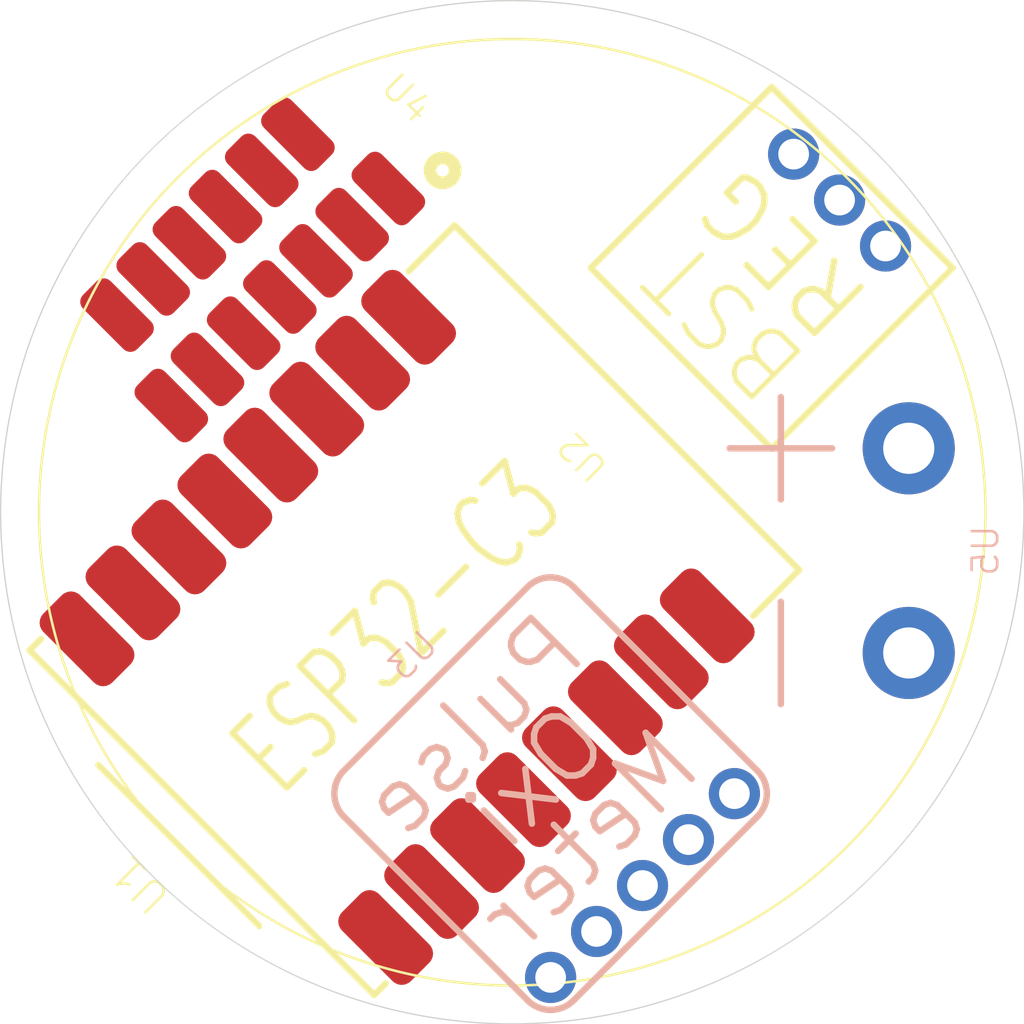
<source format=kicad_pcb>
(kicad_pcb (version 20221018) (generator pcbnew)
  (layers (0 "F.Cu" signal) (31 "B.Cu" signal) (34 "B.Paste" user) (35 "F.Paste" user) (36 "B.SilkS" user "B.Silkscreen") (37 "F.SilkS" user "F.Silkscreen") (38 "B.Mask" user) (39 "F.Mask" user) (44 "Edge.Cuts" user))
  (net 0 "")
  (footprint "dpit:Boost_Regulator_FP" (layer "F.Cu") (at 162.796051 87.796051 135)
    (fp_text reference "U2" (at 0 -14.2 135 unlocked) (layer "F.SilkS") (effects (font (thickness 0.1))))
    (fp_text value "~")
    (fp_text user "REG" (at -3.75 -1.5 135 unlocked) (layer "F.SilkS") (effects (font (size 2.54 2.54) (thickness 0.254)) (justify left bottom)))
    (fp_text user "BST" (at -3.75 -5 135 unlocked) (layer "F.SilkS") (effects (font (size 2.54 2.54) (thickness 0.2)) (justify left bottom)))
    (fp_rect (start -5 -8.75) (end 5 1.25) (stroke (width 0.254)) (fill none) (layer "F.SilkS"))
    (pad "1" thru_hole circle (at -2.54 0 135) (size 2 2) (drill 1.2) (layers "*.Cu" "*.Mask"))
    (pad "2" thru_hole circle (at 0 0 135) (size 2 2) (drill 1.2) (layers "*.Cu" "*.Mask"))
    (pad "3" thru_hole circle (at 2.54 0 135) (size 2 2) (drill 1.2) (layers "*.Cu" "*.Mask"))
  )
  (footprint "dpit:ESP32-C3-SUPERMINI-FP" (layer "F.Cu") (at 145.5 104.5 135)
    (fp_text reference "U1" (at 0 -14.2 135 unlocked) (layer "F.SilkS") (effects (font (size 1.2 1.2) (thickness 0.1))))
    (fp_text value "~" hide)
    (fp_text user "ESP32-C3" (at 0 0 45 unlocked) (layer "F.SilkS") (effects (font (size 3 2) (thickness 0.254))))
    (fp_line (start -9.525 -10.795) (end 9.525 -10.795) (stroke (width 0.254)) (layer "F.SilkS"))
    (fp_line (start -9.525 -10.16) (end -9.525 -10.795) (stroke (width 0.254)) (layer "F.SilkS"))
    (fp_line (start -9.525 10.16) (end -9.525 12.7) (stroke (width 0.254)) (layer "F.SilkS"))
    (fp_line (start -9.525 12.7) (end 9.525 12.7) (stroke (width 0.254)) (layer "F.SilkS"))
    (fp_line (start -4.445 -12.065) (end 4.445 -12.065) (stroke (width 0.254)) (layer "F.SilkS"))
    (fp_line (start 9.525 -10.795) (end 9.525 -10.16) (stroke (width 0.254)) (layer "F.SilkS"))
    (fp_line (start 9.525 12.7) (end 9.525 10.16) (stroke (width 0.254)) (layer "F.SilkS"))
    (pad "1" smd roundrect (at -8.255 -8.89 135) (size 3.81 2.032) (layers "F.Cu" "F.Paste" "F.Mask"))
    (pad "2" smd roundrect (at -8.255 -6.35 135) (size 3.81 2.032) (layers "F.Cu" "F.Paste" "F.Mask"))
    (pad "3" smd roundrect (at -8.255 -3.81 135) (size 3.81 2.032) (layers "F.Cu" "F.Paste" "F.Mask"))
    (pad "4" smd roundrect (at -8.255 -1.27 135) (size 3.81 2.032) (layers "F.Cu" "F.Paste" "F.Mask"))
    (pad "5" smd roundrect (at -8.255 1.27 135) (size 3.81 2.032) (layers "F.Cu" "F.Paste" "F.Mask"))
    (pad "6" smd roundrect (at -8.255 3.81 135) (size 3.81 2.032) (layers "F.Cu" "F.Paste" "F.Mask"))
    (pad "7" smd roundrect (at -8.255 6.35 135) (size 3.81 2.032) (layers "F.Cu" "F.Paste" "F.Mask"))
    (pad "8" smd roundrect (at -8.255 8.89 135) (size 3.81 2.032) (layers "F.Cu" "F.Paste" "F.Mask"))
    (pad "9" smd roundrect (at 8.255 8.89 135) (size 3.81 2.032) (layers "F.Cu" "F.Paste" "F.Mask"))
    (pad "10" smd roundrect (at 8.255 6.35 135) (size 3.81 2.032) (layers "F.Cu" "F.Paste" "F.Mask"))
    (pad "11" smd roundrect (at 8.255 3.81 135) (size 3.81 2.032) (layers "F.Cu" "F.Paste" "F.Mask"))
    (pad "12" smd roundrect (at 8.255 1.27 135) (size 3.81 2.032) (layers "F.Cu" "F.Paste" "F.Mask"))
    (pad "13" smd roundrect (at 8.255 -1.27 135) (size 3.81 2.032) (layers "F.Cu" "F.Paste" "F.Mask"))
    (pad "14" smd roundrect (at 8.255 -3.81 135) (size 3.81 2.032) (layers "F.Cu" "F.Paste" "F.Mask"))
    (pad "15" smd roundrect (at 8.255 -6.35 135) (size 3.81 2.032) (layers "F.Cu" "F.Paste" "F.Mask"))
    (pad "16" smd roundrect (at 8.255 -8.89 135) (size 3.81 2.032) (layers "F.Cu" "F.Paste" "F.Mask"))
  )
  (footprint "dpit:Round LCD" (layer "F.Cu") (at 139.5 90.171573 -45)
    (fp_text reference "U4" (at 0 -9 -45 unlocked) (layer "F.SilkS") (effects (font (thickness 0.1))))
    (fp_text value "~")
    (fp_circle (center 3 -8) (end 3.24 -8) (stroke (width 0.5)) (fill none) (layer "F.SilkS"))
    (pad "1" smd roundrect (at 2 -6 315) (size 3 1.524) (layers "F.Cu" "F.Paste" "F.Mask"))
    (pad "2" smd roundrect (at -2 -5 315) (size 3 1.524) (layers "F.Cu" "F.Paste" "F.Mask"))
    (pad "3" smd roundrect (at 2 -4 315) (size 3 1.524) (layers "F.Cu" "F.Paste" "F.Mask"))
    (pad "4" smd roundrect (at -2 -3 315) (size 3 1.524) (layers "F.Cu" "F.Paste" "F.Mask"))
    (pad "5" smd roundrect (at 2 -2 315) (size 3 1.524) (layers "F.Cu" "F.Paste" "F.Mask"))
    (pad "6" smd roundrect (at -2 -1 315) (size 3 1.524) (layers "F.Cu" "F.Paste" "F.Mask"))
    (pad "7" smd roundrect (at 2 0 315) (size 3 1.524) (layers "F.Cu" "F.Paste" "F.Mask"))
    (pad "8" smd roundrect (at -2 1 315) (size 3 1.524) (layers "F.Cu" "F.Paste" "F.Mask"))
    (pad "9" smd roundrect (at 2 2 315) (size 3 1.524) (layers "F.Cu" "F.Paste" "F.Mask"))
    (pad "10" smd roundrect (at -2 3 315) (size 3 1.524) (layers "F.Cu" "F.Paste" "F.Mask"))
    (pad "11" smd roundrect (at 2 4 315) (size 3 1.524) (layers "F.Cu" "F.Paste" "F.Mask"))
    (pad "12" smd roundrect (at -2 5 315) (size 3 1.524) (layers "F.Cu" "F.Paste" "F.Mask"))
    (pad "13" smd roundrect (at 2 6 315) (size 3 1.524) (layers "F.Cu" "F.Paste" "F.Mask"))
  )
  (footprint "dpit:PulseOxiMeter-FP" (layer "B.Cu") (at 155.092102 114.592103 -135)
    (fp_text reference "U3" (at 0 12.7 45 unlocked) (layer "B.SilkS") (effects (font (thickness 0.1)) (justify mirror)))
    (fp_text value "~")
    (fp_text user "Pulse" (at -5.08 7.62 45 unlocked) (layer "B.SilkS") (effects (font (size 2.54 2.54) (thickness 0.254)) (justify left bottom mirror)))
    (fp_text user "Oxi" (at -3.175 4.445 45 unlocked) (layer "B.SilkS") (effects (font (size 2.54 2.54) (thickness 0.254)) (justify left bottom mirror)))
    (fp_text user "Meter" (at -5.08 1.27 45 unlocked) (layer "B.SilkS") (effects (font (size 2.54 2.54) (thickness 0.254)) (justify left bottom mirror)))
    (fp_line (start -6.35 0) (end -6.35 10.16) (stroke (width 0.254)) (layer "B.SilkS"))
    (fp_line (start -5.08 11.43) (end 5.08 11.43) (stroke (width 0.254)) (layer "B.SilkS"))
    (fp_line (start 5.08 -1.27) (end -5.08 -1.27) (stroke (width 0.254)) (layer "B.SilkS"))
    (fp_line (start 6.35 10.16) (end 6.35 0) (stroke (width 0.254)) (layer "B.SilkS"))
    (fp_arc (start -6.35 0) (mid -5.978026 -0.898026) (end -5.08 -1.27) (stroke (width 0.254)) (layer "B.SilkS"))
    (fp_arc (start -5.08 11.43) (mid -5.978026 11.058026) (end -6.35 10.16) (stroke (width 0.254)) (layer "B.SilkS"))
    (fp_arc (start 5.08 -1.27) (mid 5.978026 -0.898026) (end 6.35 0) (stroke (width 0.254)) (layer "B.SilkS"))
    (fp_arc (start 6.35 10.16) (mid 5.978026 11.058026) (end 5.08 11.43) (stroke (width 0.254)) (layer "B.SilkS"))
    (pad "1" thru_hole circle (at -5.08 0 225) (size 2 2) (drill 1.2) (layers "*.Cu" "*.Mask"))
    (pad "2" thru_hole circle (at -2.54 0 225) (size 2 2) (drill 1.2) (layers "*.Cu" "*.Mask"))
    (pad "3" thru_hole circle (at 0 0 225) (size 2 2) (drill 1.2) (layers "*.Cu" "*.Mask"))
    (pad "4" thru_hole circle (at 2.54 0 225) (size 2 2) (drill 1.2) (layers "*.Cu" "*.Mask"))
    (pad "5" thru_hole circle (at 5.08 0 225) (size 2 2) (drill 1.2) (layers "*.Cu" "*.Mask"))
  )
  (footprint "dpit:BatPads_FP" (layer "B.Cu") (at 165.5 101.5 -90)
    (fp_text reference "U5" (at 0 -3 90 unlocked) (layer "B.SilkS") (effects (font (thickness 0.1)) (justify mirror)))
    (fp_text value "~")
    (fp_line (start -6 5) (end -2 5) (stroke (width 0.254)) (layer "B.SilkS"))
    (fp_line (start -4 3) (end -4 7) (stroke (width 0.254)) (layer "B.SilkS"))
    (fp_line (start 2 5) (end 6 5) (stroke (width 0.254)) (layer "B.SilkS"))
    (pad "1" thru_hole circle (at -4 0 270) (size 3.6 3.6) (drill 2) (layers "*.Cu" "*.Mask"))
    (pad "2" thru_hole circle (at 4 0 270) (size 3.6 3.6) (drill 2) (layers "*.Cu" "*.Mask"))
  )
  (gr_circle (center 150 100) (end 168.5 100) (stroke (width 0.1)) (fill none) (layer "F.SilkS"))
  (gr_circle (center 150 100) (end 170 100) (stroke (width 0.05)) (fill none) (layer "Edge.Cuts"))
)
</source>
